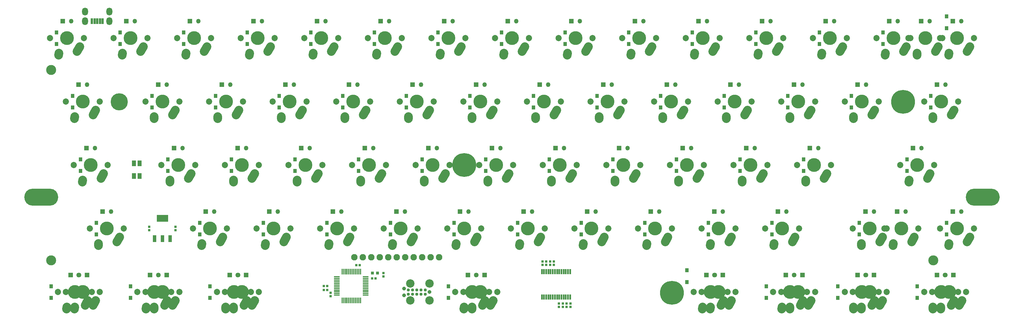
<source format=gbs>
G04 #@! TF.FileFunction,Soldermask,Bot*
%FSLAX46Y46*%
G04 Gerber Fmt 4.6, Leading zero omitted, Abs format (unit mm)*
G04 Created by KiCad (PCBNEW (2016-01-20 BZR 6502, Git 4c1d9af)-product) date 2/15/2016 2:16:01 AM*
%MOMM*%
G01*
G04 APERTURE LIST*
%ADD10C,0.150000*%
%ADD11C,3.000000*%
%ADD12C,7.152640*%
%ADD13C,5.153660*%
%ADD14O,10.152380X5.153660*%
%ADD15C,0.939800*%
%ADD16C,1.143010*%
%ADD17C,2.527310*%
%ADD18C,4.140210*%
%ADD19C,1.854210*%
%ADD20C,2.652400*%
%ADD21R,0.652400X1.752400*%
%ADD22O,1.802400X2.352400*%
%ADD23R,1.003300X1.153160*%
%ADD24R,0.802400X0.752400*%
%ADD25R,0.752400X0.802400*%
%ADD26O,1.352400X1.352400*%
%ADD27R,1.352400X1.352400*%
%ADD28R,0.949960X0.949960*%
%ADD29R,1.102400X2.052400*%
%ADD30R,3.402400X2.052400*%
%ADD31R,1.651000X0.401320*%
%ADD32R,0.401320X1.651000*%
%ADD33R,0.552400X1.582400*%
%ADD34C,1.952400*%
%ADD35R,1.252400X1.752400*%
G04 APERTURE END LIST*
D10*
D11*
X66675000Y-140495000D03*
X330994000Y-140495000D03*
D12*
X190504000Y-111921000D03*
X252689000Y-150221000D03*
X321940000Y-92920800D03*
D13*
X87109300Y-92920800D03*
D14*
X63748900Y-121521000D03*
X345831000Y-121521000D03*
D15*
X176212000Y-149385000D03*
X176212000Y-150655000D03*
X174942000Y-149385000D03*
X174942000Y-150655000D03*
X173672000Y-150655000D03*
X173672000Y-149385000D03*
X177482000Y-149385000D03*
X177482000Y-150655000D03*
X178752000Y-149385000D03*
X178752000Y-150655000D03*
D16*
X180022000Y-150020000D03*
X172402000Y-149004000D03*
X172402000Y-151036000D03*
D17*
X180022000Y-147480000D03*
X174307000Y-147480000D03*
X180022000Y-152560000D03*
X174307000Y-152560000D03*
D18*
X76200000Y-150020000D03*
D19*
X81280000Y-150020000D03*
X71120000Y-150020000D03*
D20*
X79199547Y-154019954D02*
X80010453Y-152560046D01*
X73660276Y-155099328D02*
X73699724Y-154520672D01*
D18*
X100012000Y-150020000D03*
D19*
X105092000Y-150020000D03*
X94932000Y-150020000D03*
D20*
X103011547Y-154019954D02*
X103822453Y-152560046D01*
X97472276Y-155099328D02*
X97511724Y-154520672D01*
D18*
X123825000Y-150020000D03*
D19*
X128905000Y-150020000D03*
X118745000Y-150020000D03*
D20*
X126824547Y-154019954D02*
X127635453Y-152560046D01*
X121285276Y-155099328D02*
X121324724Y-154520672D01*
D18*
X195262000Y-150020000D03*
D19*
X200342000Y-150020000D03*
X190182000Y-150020000D03*
D20*
X198261547Y-154019954D02*
X199072453Y-152560046D01*
X192722276Y-155099328D02*
X192761724Y-154520672D01*
D18*
X266700000Y-150020000D03*
D19*
X271780000Y-150020000D03*
X261620000Y-150020000D03*
D20*
X269699547Y-154019954D02*
X270510453Y-152560046D01*
X264160276Y-155099328D02*
X264199724Y-154520672D01*
D18*
X290512000Y-150020000D03*
D19*
X295592000Y-150020000D03*
X285432000Y-150020000D03*
D20*
X293511547Y-154019954D02*
X294322453Y-152560046D01*
X287972276Y-155099328D02*
X288011724Y-154520672D01*
D18*
X311931000Y-150020000D03*
D19*
X317011000Y-150020000D03*
X306851000Y-150020000D03*
D20*
X314930547Y-154019954D02*
X315741453Y-152560046D01*
X309391276Y-155099328D02*
X309430724Y-154520672D01*
D18*
X335744000Y-150020000D03*
D19*
X340824000Y-150020000D03*
X330664000Y-150020000D03*
D20*
X338743547Y-154019954D02*
X339554453Y-152560046D01*
X333204276Y-155099328D02*
X333243724Y-154520672D01*
D11*
X66675000Y-83345000D03*
D21*
X80510000Y-68720000D03*
X78910000Y-68720000D03*
X79710000Y-68720000D03*
X81310000Y-68720000D03*
X82110000Y-68720000D03*
D22*
X76860000Y-68720000D03*
X84160000Y-68720000D03*
X84160000Y-65820000D03*
X76860000Y-65820000D03*
D23*
X68338700Y-72067400D03*
X68338700Y-75567520D03*
X87388700Y-72067400D03*
X87388700Y-75567520D03*
X106439000Y-72067400D03*
X106439000Y-75567520D03*
X125489000Y-72067400D03*
X125489000Y-75567520D03*
X144539000Y-72067400D03*
X144539000Y-75567520D03*
X163589000Y-72067400D03*
X163589000Y-75567520D03*
X182639000Y-72067400D03*
X182639000Y-75567520D03*
X201689000Y-72067400D03*
X201689000Y-75567520D03*
X220739000Y-72067400D03*
X220739000Y-75567520D03*
X239789000Y-72067400D03*
X239789000Y-75567520D03*
X258839000Y-72067400D03*
X258839000Y-75567520D03*
X277889000Y-72067400D03*
X277889000Y-75567520D03*
X296939000Y-72067400D03*
X296939000Y-75567520D03*
X315989000Y-72067400D03*
X315989000Y-75567520D03*
X335039000Y-67304900D03*
X335039000Y-70805020D03*
X73101200Y-91117400D03*
X73101200Y-94617520D03*
X96913200Y-91117400D03*
X96913200Y-94617520D03*
X115963000Y-91117400D03*
X115963000Y-94617520D03*
X135013000Y-91117400D03*
X135013000Y-94617520D03*
X154063000Y-91117400D03*
X154063000Y-94617520D03*
X173113000Y-91117400D03*
X173113000Y-94617520D03*
X192163000Y-91117400D03*
X192163000Y-94617520D03*
X211213000Y-91117400D03*
X211213000Y-94617520D03*
X230263000Y-91117400D03*
X230263000Y-94617520D03*
X249313000Y-91117400D03*
X249313000Y-94617520D03*
X268363000Y-91117400D03*
X268363000Y-94617520D03*
X287413000Y-91117400D03*
X287413000Y-94617520D03*
X306463000Y-91117400D03*
X306463000Y-94617520D03*
X330276000Y-91117400D03*
X330276000Y-94617520D03*
X75483700Y-110167400D03*
X75483700Y-113667520D03*
X101676000Y-110167400D03*
X101676000Y-113667520D03*
X120726000Y-110167400D03*
X120726000Y-113667520D03*
X139776000Y-110167400D03*
X139776000Y-113667520D03*
X158826000Y-110167400D03*
X158826000Y-113667520D03*
X177876000Y-110167400D03*
X177876000Y-113667520D03*
X196926000Y-110167400D03*
X196926000Y-113667520D03*
X215976000Y-110167400D03*
X215976000Y-113667520D03*
X235026000Y-110167400D03*
X235026000Y-113667520D03*
X254076000Y-110167400D03*
X254076000Y-113667520D03*
X273126000Y-110167400D03*
X273126000Y-113667520D03*
X292176000Y-110167400D03*
X292176000Y-113667520D03*
X323132000Y-110167400D03*
X323132000Y-113667520D03*
X80245000Y-129216400D03*
X80245000Y-132716520D03*
X111201000Y-129217400D03*
X111201000Y-132717520D03*
X130251000Y-129217400D03*
X130251000Y-132717520D03*
X149301000Y-129217400D03*
X149301000Y-132717520D03*
X168351000Y-129217400D03*
X168351000Y-132717520D03*
X187401000Y-129217400D03*
X187401000Y-132717520D03*
X206451000Y-129217400D03*
X206451000Y-132717520D03*
X225501000Y-129217400D03*
X225501000Y-132717520D03*
X244551000Y-129217400D03*
X244551000Y-132717520D03*
X263601000Y-129217400D03*
X263601000Y-132717520D03*
X282651000Y-129217400D03*
X282651000Y-132717520D03*
X308845000Y-129217400D03*
X308845000Y-132717520D03*
X335039000Y-129217400D03*
X335039000Y-132717520D03*
X66675000Y-148267400D03*
X66675000Y-151767520D03*
X90487500Y-148267400D03*
X90487500Y-151767520D03*
X114300000Y-148267400D03*
X114300000Y-151767520D03*
X185738000Y-148267400D03*
X185738000Y-151767520D03*
X257175000Y-143505400D03*
X257175000Y-147005520D03*
X280988000Y-148267400D03*
X280988000Y-151767520D03*
X302419000Y-148267400D03*
X302419000Y-151767520D03*
X326231000Y-148267400D03*
X326231000Y-151767520D03*
D18*
X328613000Y-73820000D03*
D19*
X333693000Y-73820000D03*
X323533000Y-73820000D03*
D20*
X331612547Y-77819954D02*
X332423453Y-76360046D01*
X326073276Y-78899328D02*
X326112724Y-78320672D01*
D18*
X321469000Y-130970000D03*
D19*
X326549000Y-130970000D03*
X316389000Y-130970000D03*
D20*
X324468547Y-134969954D02*
X325279453Y-133510046D01*
X318929276Y-136049328D02*
X318968724Y-135470672D01*
D24*
X103918000Y-131470000D03*
X103918000Y-130470000D03*
X215043000Y-141884000D03*
X215043000Y-140884000D03*
X213900000Y-141884000D03*
X213900000Y-140884000D03*
X222282000Y-154457000D03*
X222282000Y-153457000D03*
X96043800Y-131470000D03*
X96043800Y-130470000D03*
X150400000Y-151282000D03*
X150400000Y-150282000D03*
D25*
X158155000Y-141940000D03*
X159155000Y-141940000D03*
X162854000Y-145956000D03*
X163854000Y-145956000D03*
D26*
X72707500Y-68740000D03*
D27*
X70167500Y-68740000D03*
D26*
X91757500Y-68740000D03*
D27*
X89217500Y-68740000D03*
D26*
X110808000Y-68740000D03*
D27*
X108268000Y-68740000D03*
D26*
X129858000Y-68740000D03*
D27*
X127318000Y-68740000D03*
D26*
X148908000Y-68740000D03*
D27*
X146368000Y-68740000D03*
D26*
X167958000Y-68740000D03*
D27*
X165418000Y-68740000D03*
D26*
X187008000Y-68740000D03*
D27*
X184468000Y-68740000D03*
D26*
X206058000Y-68740000D03*
D27*
X203518000Y-68740000D03*
D26*
X225108000Y-68740000D03*
D27*
X222568000Y-68740000D03*
D26*
X244158000Y-68740000D03*
D27*
X241618000Y-68740000D03*
D26*
X263208000Y-68740000D03*
D27*
X260668000Y-68740000D03*
D26*
X282258000Y-68740000D03*
D27*
X279718000Y-68740000D03*
D26*
X301308000Y-68740000D03*
D27*
X298768000Y-68740000D03*
D26*
X320358000Y-68740000D03*
D27*
X317818000Y-68740000D03*
D26*
X339408000Y-68740000D03*
D27*
X336868000Y-68740000D03*
D26*
X77470000Y-87790000D03*
D27*
X74930000Y-87790000D03*
D26*
X101282000Y-87790000D03*
D27*
X98742000Y-87790000D03*
D26*
X120332000Y-87790000D03*
D27*
X117792000Y-87790000D03*
D26*
X139382000Y-87790000D03*
D27*
X136842000Y-87790000D03*
D26*
X158432000Y-87790000D03*
D27*
X155892000Y-87790000D03*
D26*
X177482000Y-87790000D03*
D27*
X174942000Y-87790000D03*
D26*
X196532000Y-87790000D03*
D27*
X193992000Y-87790000D03*
D26*
X215582000Y-87790000D03*
D27*
X213042000Y-87790000D03*
D26*
X234632000Y-87790000D03*
D27*
X232092000Y-87790000D03*
D26*
X253682000Y-87790000D03*
D27*
X251142000Y-87790000D03*
D26*
X272732000Y-87790000D03*
D27*
X270192000Y-87790000D03*
D26*
X291782000Y-87790000D03*
D27*
X289242000Y-87790000D03*
D26*
X310832000Y-87790000D03*
D27*
X308292000Y-87790000D03*
D26*
X334645000Y-87790000D03*
D27*
X332105000Y-87790000D03*
D26*
X79852500Y-106840000D03*
D27*
X77312500Y-106840000D03*
D26*
X106046000Y-106840000D03*
D27*
X103506000Y-106840000D03*
D26*
X125096000Y-106840000D03*
D27*
X122556000Y-106840000D03*
D26*
X144146000Y-106840000D03*
D27*
X141606000Y-106840000D03*
D26*
X163196000Y-106840000D03*
D27*
X160656000Y-106840000D03*
D26*
X182246000Y-106840000D03*
D27*
X179706000Y-106840000D03*
D26*
X201296000Y-106840000D03*
D27*
X198756000Y-106840000D03*
D26*
X220346000Y-106840000D03*
D27*
X217806000Y-106840000D03*
D26*
X239396000Y-106840000D03*
D27*
X236856000Y-106840000D03*
D26*
X258446000Y-106840000D03*
D27*
X255906000Y-106840000D03*
D26*
X277496000Y-106840000D03*
D27*
X274956000Y-106840000D03*
D26*
X296546000Y-106840000D03*
D27*
X294006000Y-106840000D03*
D26*
X327502000Y-106840000D03*
D27*
X324962000Y-106840000D03*
D26*
X84613800Y-125889000D03*
D27*
X82073800Y-125889000D03*
D26*
X115570000Y-125889000D03*
D27*
X113030000Y-125889000D03*
D26*
X134620000Y-125889000D03*
D27*
X132080000Y-125889000D03*
D26*
X153670000Y-125889000D03*
D27*
X151130000Y-125889000D03*
D26*
X172720000Y-125889000D03*
D27*
X170180000Y-125889000D03*
D26*
X191770000Y-125889000D03*
D27*
X189230000Y-125889000D03*
D26*
X210820000Y-125889000D03*
D27*
X208280000Y-125889000D03*
D26*
X229870000Y-125889000D03*
D27*
X227330000Y-125889000D03*
D26*
X248920000Y-125889000D03*
D27*
X246380000Y-125889000D03*
D26*
X267970000Y-125889000D03*
D27*
X265430000Y-125889000D03*
D26*
X287020000Y-125889000D03*
D27*
X284480000Y-125889000D03*
D26*
X313214000Y-125889000D03*
D27*
X310674000Y-125889000D03*
D26*
X339408000Y-125889000D03*
D27*
X336868000Y-125889000D03*
D26*
X75088800Y-144940000D03*
D27*
X72548800Y-144940000D03*
D26*
X98901200Y-144940000D03*
D27*
X96361200Y-144940000D03*
D26*
X122714000Y-144940000D03*
D27*
X120174000Y-144940000D03*
D26*
X194151000Y-144940000D03*
D27*
X191611000Y-144940000D03*
D26*
X265589000Y-144940000D03*
D27*
X263049000Y-144940000D03*
D26*
X289401000Y-144940000D03*
D27*
X286861000Y-144940000D03*
D26*
X310832000Y-144940000D03*
D27*
X308292000Y-144940000D03*
D26*
X334645000Y-144940000D03*
D27*
X332105000Y-144940000D03*
D28*
X162985700Y-144305000D03*
X164484300Y-144305000D03*
D26*
X322739000Y-125889000D03*
D27*
X320199000Y-125889000D03*
D26*
X74930000Y-144940000D03*
D27*
X77470000Y-144940000D03*
D26*
X98742000Y-144940000D03*
D27*
X101282000Y-144940000D03*
D26*
X122555000Y-144940000D03*
D27*
X125095000Y-144940000D03*
D26*
X193992000Y-144940000D03*
D27*
X196532000Y-144940000D03*
D26*
X265430000Y-144940000D03*
D27*
X267970000Y-144940000D03*
D26*
X289242000Y-144940000D03*
D27*
X291782000Y-144940000D03*
D26*
X310674000Y-144940000D03*
D27*
X313214000Y-144940000D03*
D26*
X334486000Y-144940000D03*
D27*
X337026000Y-144940000D03*
D29*
X100012000Y-134020000D03*
X97712000Y-134020000D03*
X102312000Y-134020000D03*
D30*
X100012000Y-127920000D03*
D25*
X148376000Y-148242000D03*
X149376000Y-148242000D03*
X148376000Y-149385000D03*
X149376000Y-149385000D03*
D24*
X216186000Y-140884000D03*
X216186000Y-141884000D03*
X217329000Y-140884000D03*
X217329000Y-141884000D03*
X218853000Y-153457000D03*
X218853000Y-154457000D03*
X219996000Y-154457000D03*
X219996000Y-153457000D03*
X221139000Y-154457000D03*
X221139000Y-153457000D03*
X166275000Y-144313000D03*
X166275000Y-145313000D03*
D31*
X152325320Y-150957280D03*
X152325320Y-150456900D03*
X152325320Y-149956520D03*
X152325320Y-149458680D03*
X152325320Y-148958300D03*
X152325320Y-148457920D03*
X152325320Y-147960080D03*
X152325320Y-147459700D03*
X152325320Y-146959320D03*
X152325320Y-146461480D03*
X152325320Y-145961100D03*
X152325320Y-145460720D03*
D32*
X153874720Y-143911320D03*
X154375100Y-143911320D03*
X154875480Y-143911320D03*
X155373320Y-143911320D03*
X155873700Y-143911320D03*
X156374080Y-143911320D03*
X156871920Y-143911320D03*
X157372300Y-143911320D03*
X157872680Y-143911320D03*
X158370520Y-143911320D03*
X158870900Y-143911320D03*
X159371280Y-143911320D03*
D31*
X160920680Y-145460720D03*
X160920680Y-145961100D03*
X160920680Y-146461480D03*
X160920680Y-146959320D03*
X160920680Y-147459700D03*
X160920680Y-147960080D03*
X160920680Y-148457920D03*
X160920680Y-148958300D03*
X160920680Y-149458680D03*
X160920680Y-149956520D03*
X160920680Y-150456900D03*
X160920680Y-150957280D03*
D32*
X159371280Y-152506680D03*
X158870900Y-152506680D03*
X158370520Y-152506680D03*
X157872680Y-152506680D03*
X157372300Y-152506680D03*
X156871920Y-152506680D03*
X156374080Y-152506680D03*
X155873700Y-152506680D03*
X155373320Y-152506680D03*
X154875480Y-152506680D03*
X154375100Y-152506680D03*
X153874720Y-152506680D03*
D33*
X222189000Y-151496000D03*
X221539000Y-151496000D03*
X220889000Y-151496000D03*
X220239000Y-151496000D03*
X219589000Y-151496000D03*
X218939000Y-151496000D03*
X218289000Y-151496000D03*
X217639000Y-151496000D03*
X216989000Y-151496000D03*
X216339000Y-151496000D03*
X215689000Y-151496000D03*
X215039000Y-151496000D03*
X214389000Y-151496000D03*
X213739000Y-151496000D03*
X213739000Y-143906000D03*
X214389000Y-143906000D03*
X215039000Y-143906000D03*
X215689000Y-143906000D03*
X216339000Y-143906000D03*
X216989000Y-143906000D03*
X217639000Y-143906000D03*
X218289000Y-143906000D03*
X218939000Y-143906000D03*
X219589000Y-143906000D03*
X220239000Y-143906000D03*
X220889000Y-143906000D03*
X221539000Y-143906000D03*
X222189000Y-143906000D03*
D18*
X333375000Y-150020000D03*
D19*
X338455000Y-150020000D03*
X328295000Y-150020000D03*
D20*
X336374547Y-154019954D02*
X337185453Y-152560046D01*
X330835276Y-155099328D02*
X330874724Y-154520672D01*
D18*
X309562000Y-150020000D03*
D19*
X314642000Y-150020000D03*
X304482000Y-150020000D03*
D20*
X312561547Y-154019954D02*
X313372453Y-152560046D01*
X307022276Y-155099328D02*
X307061724Y-154520672D01*
D18*
X288131000Y-150020000D03*
D19*
X293211000Y-150020000D03*
X283051000Y-150020000D03*
D20*
X291130547Y-154019954D02*
X291941453Y-152560046D01*
X285591276Y-155099328D02*
X285630724Y-154520672D01*
D18*
X264319000Y-150020000D03*
D19*
X269399000Y-150020000D03*
X259239000Y-150020000D03*
D20*
X267318547Y-154019954D02*
X268129453Y-152560046D01*
X261779276Y-155099328D02*
X261818724Y-154520672D01*
D18*
X192881000Y-150020000D03*
D19*
X197961000Y-150020000D03*
X187801000Y-150020000D03*
D20*
X195880547Y-154019954D02*
X196691453Y-152560046D01*
X190341276Y-155099328D02*
X190380724Y-154520672D01*
D18*
X121444000Y-150020000D03*
D19*
X126524000Y-150020000D03*
X116364000Y-150020000D03*
D20*
X124443547Y-154019954D02*
X125254453Y-152560046D01*
X118904276Y-155099328D02*
X118943724Y-154520672D01*
D18*
X97631200Y-150020000D03*
D19*
X102711200Y-150020000D03*
X92551200Y-150020000D03*
D20*
X100630747Y-154019954D02*
X101441653Y-152560046D01*
X95091476Y-155099328D02*
X95130924Y-154520672D01*
D18*
X73818800Y-150020000D03*
D19*
X78898800Y-150020000D03*
X68738800Y-150020000D03*
D20*
X76818347Y-154019954D02*
X77629253Y-152560046D01*
X71279076Y-155099328D02*
X71318524Y-154520672D01*
D18*
X338138000Y-130970000D03*
D19*
X343218000Y-130970000D03*
X333058000Y-130970000D03*
D20*
X341137547Y-134969954D02*
X341948453Y-133510046D01*
X335598276Y-136049328D02*
X335637724Y-135470672D01*
D18*
X311944000Y-130970000D03*
D19*
X317024000Y-130970000D03*
X306864000Y-130970000D03*
D20*
X314943547Y-134969954D02*
X315754453Y-133510046D01*
X309404276Y-136049328D02*
X309443724Y-135470672D01*
D18*
X285750000Y-130970000D03*
D19*
X290830000Y-130970000D03*
X280670000Y-130970000D03*
D20*
X288749547Y-134969954D02*
X289560453Y-133510046D01*
X283210276Y-136049328D02*
X283249724Y-135470672D01*
D18*
X266700000Y-130970000D03*
D19*
X271780000Y-130970000D03*
X261620000Y-130970000D03*
D20*
X269699547Y-134969954D02*
X270510453Y-133510046D01*
X264160276Y-136049328D02*
X264199724Y-135470672D01*
D18*
X247650000Y-130970000D03*
D19*
X252730000Y-130970000D03*
X242570000Y-130970000D03*
D20*
X250649547Y-134969954D02*
X251460453Y-133510046D01*
X245110276Y-136049328D02*
X245149724Y-135470672D01*
D18*
X228600000Y-130970000D03*
D19*
X233680000Y-130970000D03*
X223520000Y-130970000D03*
D20*
X231599547Y-134969954D02*
X232410453Y-133510046D01*
X226060276Y-136049328D02*
X226099724Y-135470672D01*
D18*
X209550000Y-130970000D03*
D19*
X214630000Y-130970000D03*
X204470000Y-130970000D03*
D20*
X212549547Y-134969954D02*
X213360453Y-133510046D01*
X207010276Y-136049328D02*
X207049724Y-135470672D01*
D18*
X190500000Y-130970000D03*
D19*
X195580000Y-130970000D03*
X185420000Y-130970000D03*
D20*
X193499547Y-134969954D02*
X194310453Y-133510046D01*
X187960276Y-136049328D02*
X187999724Y-135470672D01*
D18*
X171450000Y-130970000D03*
D19*
X176530000Y-130970000D03*
X166370000Y-130970000D03*
D20*
X174449547Y-134969954D02*
X175260453Y-133510046D01*
X168910276Y-136049328D02*
X168949724Y-135470672D01*
D18*
X152400000Y-130970000D03*
D19*
X157480000Y-130970000D03*
X147320000Y-130970000D03*
D20*
X155399547Y-134969954D02*
X156210453Y-133510046D01*
X149860276Y-136049328D02*
X149899724Y-135470672D01*
D18*
X133350000Y-130970000D03*
D19*
X138430000Y-130970000D03*
X128270000Y-130970000D03*
D20*
X136349547Y-134969954D02*
X137160453Y-133510046D01*
X130810276Y-136049328D02*
X130849724Y-135470672D01*
D18*
X114300000Y-130970000D03*
D19*
X119380000Y-130970000D03*
X109220000Y-130970000D03*
D20*
X117299547Y-134969954D02*
X118110453Y-133510046D01*
X111760276Y-136049328D02*
X111799724Y-135470672D01*
D18*
X83343800Y-130969000D03*
D19*
X88423800Y-130969000D03*
X78263800Y-130969000D03*
D20*
X86343347Y-134968954D02*
X87154253Y-133509046D01*
X80804076Y-136048328D02*
X80843524Y-135469672D01*
D18*
X326231000Y-111920000D03*
D19*
X331311000Y-111920000D03*
X321151000Y-111920000D03*
D20*
X329230547Y-115919954D02*
X330041453Y-114460046D01*
X323691276Y-116999328D02*
X323730724Y-116420672D01*
D18*
X295275000Y-111920000D03*
D19*
X300355000Y-111920000D03*
X290195000Y-111920000D03*
D20*
X298274547Y-115919954D02*
X299085453Y-114460046D01*
X292735276Y-116999328D02*
X292774724Y-116420672D01*
D18*
X276225000Y-111920000D03*
D19*
X281305000Y-111920000D03*
X271145000Y-111920000D03*
D20*
X279224547Y-115919954D02*
X280035453Y-114460046D01*
X273685276Y-116999328D02*
X273724724Y-116420672D01*
D18*
X257175000Y-111920000D03*
D19*
X262255000Y-111920000D03*
X252095000Y-111920000D03*
D20*
X260174547Y-115919954D02*
X260985453Y-114460046D01*
X254635276Y-116999328D02*
X254674724Y-116420672D01*
D18*
X238125000Y-111920000D03*
D19*
X243205000Y-111920000D03*
X233045000Y-111920000D03*
D20*
X241124547Y-115919954D02*
X241935453Y-114460046D01*
X235585276Y-116999328D02*
X235624724Y-116420672D01*
D18*
X219075000Y-111920000D03*
D19*
X224155000Y-111920000D03*
X213995000Y-111920000D03*
D20*
X222074547Y-115919954D02*
X222885453Y-114460046D01*
X216535276Y-116999328D02*
X216574724Y-116420672D01*
D18*
X200025000Y-111920000D03*
D19*
X205105000Y-111920000D03*
X194945000Y-111920000D03*
D20*
X203024547Y-115919954D02*
X203835453Y-114460046D01*
X197485276Y-116999328D02*
X197524724Y-116420672D01*
D18*
X180975000Y-111920000D03*
D19*
X186055000Y-111920000D03*
X175895000Y-111920000D03*
D20*
X183974547Y-115919954D02*
X184785453Y-114460046D01*
X178435276Y-116999328D02*
X178474724Y-116420672D01*
D18*
X161925000Y-111920000D03*
D19*
X167005000Y-111920000D03*
X156845000Y-111920000D03*
D20*
X164924547Y-115919954D02*
X165735453Y-114460046D01*
X159385276Y-116999328D02*
X159424724Y-116420672D01*
D18*
X142875000Y-111920000D03*
D19*
X147955000Y-111920000D03*
X137795000Y-111920000D03*
D20*
X145874547Y-115919954D02*
X146685453Y-114460046D01*
X140335276Y-116999328D02*
X140374724Y-116420672D01*
D18*
X123825000Y-111920000D03*
D19*
X128905000Y-111920000D03*
X118745000Y-111920000D03*
D20*
X126824547Y-115919954D02*
X127635453Y-114460046D01*
X121285276Y-116999328D02*
X121324724Y-116420672D01*
D18*
X104775000Y-111920000D03*
D19*
X109855000Y-111920000D03*
X99695000Y-111920000D03*
D20*
X107774547Y-115919954D02*
X108585453Y-114460046D01*
X102235276Y-116999328D02*
X102274724Y-116420672D01*
D18*
X78582500Y-111920000D03*
D19*
X83662500Y-111920000D03*
X73502500Y-111920000D03*
D20*
X81582047Y-115919954D02*
X82392953Y-114460046D01*
X76042776Y-116999328D02*
X76082224Y-116420672D01*
D18*
X333375000Y-92870000D03*
D19*
X338455000Y-92870000D03*
X328295000Y-92870000D03*
D20*
X336374547Y-96869954D02*
X337185453Y-95410046D01*
X330835276Y-97949328D02*
X330874724Y-97370672D01*
D18*
X309562000Y-92870000D03*
D19*
X314642000Y-92870000D03*
X304482000Y-92870000D03*
D20*
X312561547Y-96869954D02*
X313372453Y-95410046D01*
X307022276Y-97949328D02*
X307061724Y-97370672D01*
D18*
X290512000Y-92870000D03*
D19*
X295592000Y-92870000D03*
X285432000Y-92870000D03*
D20*
X293511547Y-96869954D02*
X294322453Y-95410046D01*
X287972276Y-97949328D02*
X288011724Y-97370672D01*
D18*
X271462000Y-92870000D03*
D19*
X276542000Y-92870000D03*
X266382000Y-92870000D03*
D20*
X274461547Y-96869954D02*
X275272453Y-95410046D01*
X268922276Y-97949328D02*
X268961724Y-97370672D01*
D18*
X252412000Y-92870000D03*
D19*
X257492000Y-92870000D03*
X247332000Y-92870000D03*
D20*
X255411547Y-96869954D02*
X256222453Y-95410046D01*
X249872276Y-97949328D02*
X249911724Y-97370672D01*
D18*
X233362000Y-92870000D03*
D19*
X238442000Y-92870000D03*
X228282000Y-92870000D03*
D20*
X236361547Y-96869954D02*
X237172453Y-95410046D01*
X230822276Y-97949328D02*
X230861724Y-97370672D01*
D18*
X214312000Y-92870000D03*
D19*
X219392000Y-92870000D03*
X209232000Y-92870000D03*
D20*
X217311547Y-96869954D02*
X218122453Y-95410046D01*
X211772276Y-97949328D02*
X211811724Y-97370672D01*
D18*
X195262000Y-92870000D03*
D19*
X200342000Y-92870000D03*
X190182000Y-92870000D03*
D20*
X198261547Y-96869954D02*
X199072453Y-95410046D01*
X192722276Y-97949328D02*
X192761724Y-97370672D01*
D18*
X176212000Y-92870000D03*
D19*
X181292000Y-92870000D03*
X171132000Y-92870000D03*
D20*
X179211547Y-96869954D02*
X180022453Y-95410046D01*
X173672276Y-97949328D02*
X173711724Y-97370672D01*
D18*
X157162000Y-92870000D03*
D19*
X162242000Y-92870000D03*
X152082000Y-92870000D03*
D20*
X160161547Y-96869954D02*
X160972453Y-95410046D01*
X154622276Y-97949328D02*
X154661724Y-97370672D01*
D18*
X138112000Y-92870000D03*
D19*
X143192000Y-92870000D03*
X133032000Y-92870000D03*
D20*
X141111547Y-96869954D02*
X141922453Y-95410046D01*
X135572276Y-97949328D02*
X135611724Y-97370672D01*
D18*
X119062000Y-92870000D03*
D19*
X124142000Y-92870000D03*
X113982000Y-92870000D03*
D20*
X122061547Y-96869954D02*
X122872453Y-95410046D01*
X116522276Y-97949328D02*
X116561724Y-97370672D01*
D18*
X100012000Y-92870000D03*
D19*
X105092000Y-92870000D03*
X94932000Y-92870000D03*
D20*
X103011547Y-96869954D02*
X103822453Y-95410046D01*
X97472276Y-97949328D02*
X97511724Y-97370672D01*
D18*
X76200000Y-92870000D03*
D19*
X81280000Y-92870000D03*
X71120000Y-92870000D03*
D20*
X79199547Y-96869954D02*
X80010453Y-95410046D01*
X73660276Y-97949328D02*
X73699724Y-97370672D01*
D18*
X338138000Y-73820000D03*
D19*
X343218000Y-73820000D03*
X333058000Y-73820000D03*
D20*
X341137547Y-77819954D02*
X341948453Y-76360046D01*
X335598276Y-78899328D02*
X335637724Y-78320672D01*
D18*
X319088000Y-73820000D03*
D19*
X324168000Y-73820000D03*
X314008000Y-73820000D03*
D20*
X322087547Y-77819954D02*
X322898453Y-76360046D01*
X316548276Y-78899328D02*
X316587724Y-78320672D01*
D18*
X300038000Y-73820000D03*
D19*
X305118000Y-73820000D03*
X294958000Y-73820000D03*
D20*
X303037547Y-77819954D02*
X303848453Y-76360046D01*
X297498276Y-78899328D02*
X297537724Y-78320672D01*
D18*
X280988000Y-73820000D03*
D19*
X286068000Y-73820000D03*
X275908000Y-73820000D03*
D20*
X283987547Y-77819954D02*
X284798453Y-76360046D01*
X278448276Y-78899328D02*
X278487724Y-78320672D01*
D18*
X261938000Y-73820000D03*
D19*
X267018000Y-73820000D03*
X256858000Y-73820000D03*
D20*
X264937547Y-77819954D02*
X265748453Y-76360046D01*
X259398276Y-78899328D02*
X259437724Y-78320672D01*
D18*
X242888000Y-73820000D03*
D19*
X247968000Y-73820000D03*
X237808000Y-73820000D03*
D20*
X245887547Y-77819954D02*
X246698453Y-76360046D01*
X240348276Y-78899328D02*
X240387724Y-78320672D01*
D18*
X223838000Y-73820000D03*
D19*
X228918000Y-73820000D03*
X218758000Y-73820000D03*
D20*
X226837547Y-77819954D02*
X227648453Y-76360046D01*
X221298276Y-78899328D02*
X221337724Y-78320672D01*
D18*
X204788000Y-73820000D03*
D19*
X209868000Y-73820000D03*
X199708000Y-73820000D03*
D20*
X207787547Y-77819954D02*
X208598453Y-76360046D01*
X202248276Y-78899328D02*
X202287724Y-78320672D01*
D18*
X185738000Y-73820000D03*
D19*
X190818000Y-73820000D03*
X180658000Y-73820000D03*
D20*
X188737547Y-77819954D02*
X189548453Y-76360046D01*
X183198276Y-78899328D02*
X183237724Y-78320672D01*
D18*
X166688000Y-73820000D03*
D19*
X171768000Y-73820000D03*
X161608000Y-73820000D03*
D20*
X169687547Y-77819954D02*
X170498453Y-76360046D01*
X164148276Y-78899328D02*
X164187724Y-78320672D01*
D18*
X147638000Y-73820000D03*
D19*
X152718000Y-73820000D03*
X142558000Y-73820000D03*
D20*
X150637547Y-77819954D02*
X151448453Y-76360046D01*
X145098276Y-78899328D02*
X145137724Y-78320672D01*
D18*
X128588000Y-73820000D03*
D19*
X133668000Y-73820000D03*
X123508000Y-73820000D03*
D20*
X131587547Y-77819954D02*
X132398453Y-76360046D01*
X126048276Y-78899328D02*
X126087724Y-78320672D01*
D18*
X109538000Y-73820000D03*
D19*
X114618000Y-73820000D03*
X104458000Y-73820000D03*
D20*
X112537547Y-77819954D02*
X113348453Y-76360046D01*
X106998276Y-78899328D02*
X107037724Y-78320672D01*
D18*
X90487500Y-73820000D03*
D19*
X95567500Y-73820000D03*
X85407500Y-73820000D03*
D20*
X93487047Y-77819954D02*
X94297953Y-76360046D01*
X87947776Y-78899328D02*
X87987224Y-78320672D01*
D18*
X71437500Y-73820000D03*
D19*
X76517500Y-73820000D03*
X66357500Y-73820000D03*
D20*
X74437047Y-77819954D02*
X75247953Y-76360046D01*
X68897776Y-78899328D02*
X68937224Y-78320672D01*
D26*
X329882000Y-68740000D03*
D27*
X327342000Y-68740000D03*
D34*
X182912000Y-139573000D03*
X180372000Y-139573000D03*
X177832000Y-139573000D03*
X175292000Y-139573000D03*
X172752000Y-139573000D03*
X170212000Y-139573000D03*
X167672000Y-139573000D03*
X165132000Y-139573000D03*
X162592000Y-139573000D03*
X160052000Y-139573000D03*
X157512000Y-139573000D03*
D35*
X93211700Y-115217000D03*
X91510800Y-115217000D03*
X93211700Y-111417000D03*
X91509900Y-111417000D03*
M02*

</source>
